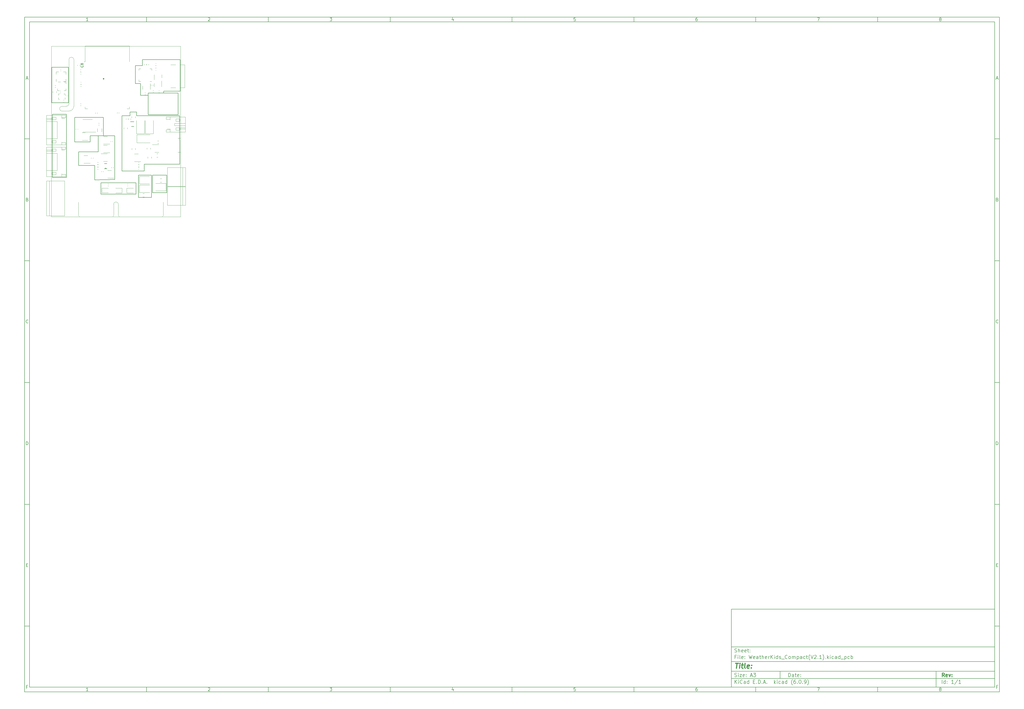
<source format=gbr>
%TF.GenerationSoftware,KiCad,Pcbnew,(6.0.9)*%
%TF.CreationDate,2023-07-18T14:40:25+05:30*%
%TF.ProjectId,WeatherKids_Compact(V2.1),57656174-6865-4724-9b69-64735f436f6d,rev?*%
%TF.SameCoordinates,PX1406f40PY14fb180*%
%TF.FileFunction,Legend,Top*%
%TF.FilePolarity,Positive*%
%FSLAX46Y46*%
G04 Gerber Fmt 4.6, Leading zero omitted, Abs format (unit mm)*
G04 Created by KiCad (PCBNEW (6.0.9)) date 2023-07-18 14:40:25*
%MOMM*%
%LPD*%
G01*
G04 APERTURE LIST*
%ADD10C,0.100000*%
%ADD11C,0.150000*%
%ADD12C,0.300000*%
%ADD13C,0.400000*%
%ADD14C,0.152400*%
%TA.AperFunction,Profile*%
%ADD15C,0.050000*%
%TD*%
%ADD16C,0.120000*%
%ADD17C,0.600000*%
G04 APERTURE END LIST*
D10*
D11*
X278989000Y-231002200D02*
X278989000Y-263002200D01*
X386989000Y-263002200D01*
X386989000Y-231002200D01*
X278989000Y-231002200D01*
D10*
D11*
X-11000000Y12000000D02*
X-11000000Y-265002200D01*
X388989000Y-265002200D01*
X388989000Y12000000D01*
X-11000000Y12000000D01*
D10*
D11*
X-9000000Y10000000D02*
X-9000000Y-263002200D01*
X386989000Y-263002200D01*
X386989000Y10000000D01*
X-9000000Y10000000D01*
D10*
D11*
X39000000Y10000000D02*
X39000000Y12000000D01*
D10*
D11*
X89000000Y10000000D02*
X89000000Y12000000D01*
D10*
D11*
X139000000Y10000000D02*
X139000000Y12000000D01*
D10*
D11*
X189000000Y10000000D02*
X189000000Y12000000D01*
D10*
D11*
X239000000Y10000000D02*
X239000000Y12000000D01*
D10*
D11*
X289000000Y10000000D02*
X289000000Y12000000D01*
D10*
D11*
X339000000Y10000000D02*
X339000000Y12000000D01*
D10*
D11*
X15065476Y10411905D02*
X14322619Y10411905D01*
X14694047Y10411905D02*
X14694047Y11711905D01*
X14570238Y11526191D01*
X14446428Y11402381D01*
X14322619Y11340477D01*
D10*
D11*
X64322619Y11588096D02*
X64384523Y11650000D01*
X64508333Y11711905D01*
X64817857Y11711905D01*
X64941666Y11650000D01*
X65003571Y11588096D01*
X65065476Y11464286D01*
X65065476Y11340477D01*
X65003571Y11154762D01*
X64260714Y10411905D01*
X65065476Y10411905D01*
D10*
D11*
X114260714Y11711905D02*
X115065476Y11711905D01*
X114632142Y11216667D01*
X114817857Y11216667D01*
X114941666Y11154762D01*
X115003571Y11092858D01*
X115065476Y10969048D01*
X115065476Y10659524D01*
X115003571Y10535715D01*
X114941666Y10473810D01*
X114817857Y10411905D01*
X114446428Y10411905D01*
X114322619Y10473810D01*
X114260714Y10535715D01*
D10*
D11*
X164941666Y11278572D02*
X164941666Y10411905D01*
X164632142Y11773810D02*
X164322619Y10845239D01*
X165127380Y10845239D01*
D10*
D11*
X215003571Y11711905D02*
X214384523Y11711905D01*
X214322619Y11092858D01*
X214384523Y11154762D01*
X214508333Y11216667D01*
X214817857Y11216667D01*
X214941666Y11154762D01*
X215003571Y11092858D01*
X215065476Y10969048D01*
X215065476Y10659524D01*
X215003571Y10535715D01*
X214941666Y10473810D01*
X214817857Y10411905D01*
X214508333Y10411905D01*
X214384523Y10473810D01*
X214322619Y10535715D01*
D10*
D11*
X264941666Y11711905D02*
X264694047Y11711905D01*
X264570238Y11650000D01*
X264508333Y11588096D01*
X264384523Y11402381D01*
X264322619Y11154762D01*
X264322619Y10659524D01*
X264384523Y10535715D01*
X264446428Y10473810D01*
X264570238Y10411905D01*
X264817857Y10411905D01*
X264941666Y10473810D01*
X265003571Y10535715D01*
X265065476Y10659524D01*
X265065476Y10969048D01*
X265003571Y11092858D01*
X264941666Y11154762D01*
X264817857Y11216667D01*
X264570238Y11216667D01*
X264446428Y11154762D01*
X264384523Y11092858D01*
X264322619Y10969048D01*
D10*
D11*
X314260714Y11711905D02*
X315127380Y11711905D01*
X314570238Y10411905D01*
D10*
D11*
X364570238Y11154762D02*
X364446428Y11216667D01*
X364384523Y11278572D01*
X364322619Y11402381D01*
X364322619Y11464286D01*
X364384523Y11588096D01*
X364446428Y11650000D01*
X364570238Y11711905D01*
X364817857Y11711905D01*
X364941666Y11650000D01*
X365003571Y11588096D01*
X365065476Y11464286D01*
X365065476Y11402381D01*
X365003571Y11278572D01*
X364941666Y11216667D01*
X364817857Y11154762D01*
X364570238Y11154762D01*
X364446428Y11092858D01*
X364384523Y11030953D01*
X364322619Y10907143D01*
X364322619Y10659524D01*
X364384523Y10535715D01*
X364446428Y10473810D01*
X364570238Y10411905D01*
X364817857Y10411905D01*
X364941666Y10473810D01*
X365003571Y10535715D01*
X365065476Y10659524D01*
X365065476Y10907143D01*
X365003571Y11030953D01*
X364941666Y11092858D01*
X364817857Y11154762D01*
D10*
D11*
X39000000Y-263002200D02*
X39000000Y-265002200D01*
D10*
D11*
X89000000Y-263002200D02*
X89000000Y-265002200D01*
D10*
D11*
X139000000Y-263002200D02*
X139000000Y-265002200D01*
D10*
D11*
X189000000Y-263002200D02*
X189000000Y-265002200D01*
D10*
D11*
X239000000Y-263002200D02*
X239000000Y-265002200D01*
D10*
D11*
X289000000Y-263002200D02*
X289000000Y-265002200D01*
D10*
D11*
X339000000Y-263002200D02*
X339000000Y-265002200D01*
D10*
D11*
X15065476Y-264590295D02*
X14322619Y-264590295D01*
X14694047Y-264590295D02*
X14694047Y-263290295D01*
X14570238Y-263476009D01*
X14446428Y-263599819D01*
X14322619Y-263661723D01*
D10*
D11*
X64322619Y-263414104D02*
X64384523Y-263352200D01*
X64508333Y-263290295D01*
X64817857Y-263290295D01*
X64941666Y-263352200D01*
X65003571Y-263414104D01*
X65065476Y-263537914D01*
X65065476Y-263661723D01*
X65003571Y-263847438D01*
X64260714Y-264590295D01*
X65065476Y-264590295D01*
D10*
D11*
X114260714Y-263290295D02*
X115065476Y-263290295D01*
X114632142Y-263785533D01*
X114817857Y-263785533D01*
X114941666Y-263847438D01*
X115003571Y-263909342D01*
X115065476Y-264033152D01*
X115065476Y-264342676D01*
X115003571Y-264466485D01*
X114941666Y-264528390D01*
X114817857Y-264590295D01*
X114446428Y-264590295D01*
X114322619Y-264528390D01*
X114260714Y-264466485D01*
D10*
D11*
X164941666Y-263723628D02*
X164941666Y-264590295D01*
X164632142Y-263228390D02*
X164322619Y-264156961D01*
X165127380Y-264156961D01*
D10*
D11*
X215003571Y-263290295D02*
X214384523Y-263290295D01*
X214322619Y-263909342D01*
X214384523Y-263847438D01*
X214508333Y-263785533D01*
X214817857Y-263785533D01*
X214941666Y-263847438D01*
X215003571Y-263909342D01*
X215065476Y-264033152D01*
X215065476Y-264342676D01*
X215003571Y-264466485D01*
X214941666Y-264528390D01*
X214817857Y-264590295D01*
X214508333Y-264590295D01*
X214384523Y-264528390D01*
X214322619Y-264466485D01*
D10*
D11*
X264941666Y-263290295D02*
X264694047Y-263290295D01*
X264570238Y-263352200D01*
X264508333Y-263414104D01*
X264384523Y-263599819D01*
X264322619Y-263847438D01*
X264322619Y-264342676D01*
X264384523Y-264466485D01*
X264446428Y-264528390D01*
X264570238Y-264590295D01*
X264817857Y-264590295D01*
X264941666Y-264528390D01*
X265003571Y-264466485D01*
X265065476Y-264342676D01*
X265065476Y-264033152D01*
X265003571Y-263909342D01*
X264941666Y-263847438D01*
X264817857Y-263785533D01*
X264570238Y-263785533D01*
X264446428Y-263847438D01*
X264384523Y-263909342D01*
X264322619Y-264033152D01*
D10*
D11*
X314260714Y-263290295D02*
X315127380Y-263290295D01*
X314570238Y-264590295D01*
D10*
D11*
X364570238Y-263847438D02*
X364446428Y-263785533D01*
X364384523Y-263723628D01*
X364322619Y-263599819D01*
X364322619Y-263537914D01*
X364384523Y-263414104D01*
X364446428Y-263352200D01*
X364570238Y-263290295D01*
X364817857Y-263290295D01*
X364941666Y-263352200D01*
X365003571Y-263414104D01*
X365065476Y-263537914D01*
X365065476Y-263599819D01*
X365003571Y-263723628D01*
X364941666Y-263785533D01*
X364817857Y-263847438D01*
X364570238Y-263847438D01*
X364446428Y-263909342D01*
X364384523Y-263971247D01*
X364322619Y-264095057D01*
X364322619Y-264342676D01*
X364384523Y-264466485D01*
X364446428Y-264528390D01*
X364570238Y-264590295D01*
X364817857Y-264590295D01*
X364941666Y-264528390D01*
X365003571Y-264466485D01*
X365065476Y-264342676D01*
X365065476Y-264095057D01*
X365003571Y-263971247D01*
X364941666Y-263909342D01*
X364817857Y-263847438D01*
D10*
D11*
X-11000000Y-38000000D02*
X-9000000Y-38000000D01*
D10*
D11*
X-11000000Y-88000000D02*
X-9000000Y-88000000D01*
D10*
D11*
X-11000000Y-138000000D02*
X-9000000Y-138000000D01*
D10*
D11*
X-11000000Y-188000000D02*
X-9000000Y-188000000D01*
D10*
D11*
X-11000000Y-238000000D02*
X-9000000Y-238000000D01*
D10*
D11*
X-10309524Y-13216666D02*
X-9690477Y-13216666D01*
X-10433334Y-13588095D02*
X-10000000Y-12288095D01*
X-9566667Y-13588095D01*
D10*
D11*
X-9907143Y-62907142D02*
X-9721429Y-62969047D01*
X-9659524Y-63030952D01*
X-9597620Y-63154761D01*
X-9597620Y-63340476D01*
X-9659524Y-63464285D01*
X-9721429Y-63526190D01*
X-9845239Y-63588095D01*
X-10340477Y-63588095D01*
X-10340477Y-62288095D01*
X-9907143Y-62288095D01*
X-9783334Y-62350000D01*
X-9721429Y-62411904D01*
X-9659524Y-62535714D01*
X-9659524Y-62659523D01*
X-9721429Y-62783333D01*
X-9783334Y-62845238D01*
X-9907143Y-62907142D01*
X-10340477Y-62907142D01*
D10*
D11*
X-9597620Y-113464285D02*
X-9659524Y-113526190D01*
X-9845239Y-113588095D01*
X-9969048Y-113588095D01*
X-10154762Y-113526190D01*
X-10278572Y-113402380D01*
X-10340477Y-113278571D01*
X-10402381Y-113030952D01*
X-10402381Y-112845238D01*
X-10340477Y-112597619D01*
X-10278572Y-112473809D01*
X-10154762Y-112350000D01*
X-9969048Y-112288095D01*
X-9845239Y-112288095D01*
X-9659524Y-112350000D01*
X-9597620Y-112411904D01*
D10*
D11*
X-10340477Y-163588095D02*
X-10340477Y-162288095D01*
X-10030953Y-162288095D01*
X-9845239Y-162350000D01*
X-9721429Y-162473809D01*
X-9659524Y-162597619D01*
X-9597620Y-162845238D01*
X-9597620Y-163030952D01*
X-9659524Y-163278571D01*
X-9721429Y-163402380D01*
X-9845239Y-163526190D01*
X-10030953Y-163588095D01*
X-10340477Y-163588095D01*
D10*
D11*
X-10278572Y-212907142D02*
X-9845239Y-212907142D01*
X-9659524Y-213588095D02*
X-10278572Y-213588095D01*
X-10278572Y-212288095D01*
X-9659524Y-212288095D01*
D10*
D11*
X-9814286Y-262907142D02*
X-10247620Y-262907142D01*
X-10247620Y-263588095D02*
X-10247620Y-262288095D01*
X-9628572Y-262288095D01*
D10*
D11*
X388989000Y-38000000D02*
X386989000Y-38000000D01*
D10*
D11*
X388989000Y-88000000D02*
X386989000Y-88000000D01*
D10*
D11*
X388989000Y-138000000D02*
X386989000Y-138000000D01*
D10*
D11*
X388989000Y-188000000D02*
X386989000Y-188000000D01*
D10*
D11*
X388989000Y-238000000D02*
X386989000Y-238000000D01*
D10*
D11*
X387679476Y-13216666D02*
X388298523Y-13216666D01*
X387555666Y-13588095D02*
X387989000Y-12288095D01*
X388422333Y-13588095D01*
D10*
D11*
X388081857Y-62907142D02*
X388267571Y-62969047D01*
X388329476Y-63030952D01*
X388391380Y-63154761D01*
X388391380Y-63340476D01*
X388329476Y-63464285D01*
X388267571Y-63526190D01*
X388143761Y-63588095D01*
X387648523Y-63588095D01*
X387648523Y-62288095D01*
X388081857Y-62288095D01*
X388205666Y-62350000D01*
X388267571Y-62411904D01*
X388329476Y-62535714D01*
X388329476Y-62659523D01*
X388267571Y-62783333D01*
X388205666Y-62845238D01*
X388081857Y-62907142D01*
X387648523Y-62907142D01*
D10*
D11*
X388391380Y-113464285D02*
X388329476Y-113526190D01*
X388143761Y-113588095D01*
X388019952Y-113588095D01*
X387834238Y-113526190D01*
X387710428Y-113402380D01*
X387648523Y-113278571D01*
X387586619Y-113030952D01*
X387586619Y-112845238D01*
X387648523Y-112597619D01*
X387710428Y-112473809D01*
X387834238Y-112350000D01*
X388019952Y-112288095D01*
X388143761Y-112288095D01*
X388329476Y-112350000D01*
X388391380Y-112411904D01*
D10*
D11*
X387648523Y-163588095D02*
X387648523Y-162288095D01*
X387958047Y-162288095D01*
X388143761Y-162350000D01*
X388267571Y-162473809D01*
X388329476Y-162597619D01*
X388391380Y-162845238D01*
X388391380Y-163030952D01*
X388329476Y-163278571D01*
X388267571Y-163402380D01*
X388143761Y-163526190D01*
X387958047Y-163588095D01*
X387648523Y-163588095D01*
D10*
D11*
X387710428Y-212907142D02*
X388143761Y-212907142D01*
X388329476Y-213588095D02*
X387710428Y-213588095D01*
X387710428Y-212288095D01*
X388329476Y-212288095D01*
D10*
D11*
X388174714Y-262907142D02*
X387741380Y-262907142D01*
X387741380Y-263588095D02*
X387741380Y-262288095D01*
X388360428Y-262288095D01*
D10*
D11*
X302421142Y-258780771D02*
X302421142Y-257280771D01*
X302778285Y-257280771D01*
X302992571Y-257352200D01*
X303135428Y-257495057D01*
X303206857Y-257637914D01*
X303278285Y-257923628D01*
X303278285Y-258137914D01*
X303206857Y-258423628D01*
X303135428Y-258566485D01*
X302992571Y-258709342D01*
X302778285Y-258780771D01*
X302421142Y-258780771D01*
X304564000Y-258780771D02*
X304564000Y-257995057D01*
X304492571Y-257852200D01*
X304349714Y-257780771D01*
X304064000Y-257780771D01*
X303921142Y-257852200D01*
X304564000Y-258709342D02*
X304421142Y-258780771D01*
X304064000Y-258780771D01*
X303921142Y-258709342D01*
X303849714Y-258566485D01*
X303849714Y-258423628D01*
X303921142Y-258280771D01*
X304064000Y-258209342D01*
X304421142Y-258209342D01*
X304564000Y-258137914D01*
X305064000Y-257780771D02*
X305635428Y-257780771D01*
X305278285Y-257280771D02*
X305278285Y-258566485D01*
X305349714Y-258709342D01*
X305492571Y-258780771D01*
X305635428Y-258780771D01*
X306706857Y-258709342D02*
X306564000Y-258780771D01*
X306278285Y-258780771D01*
X306135428Y-258709342D01*
X306064000Y-258566485D01*
X306064000Y-257995057D01*
X306135428Y-257852200D01*
X306278285Y-257780771D01*
X306564000Y-257780771D01*
X306706857Y-257852200D01*
X306778285Y-257995057D01*
X306778285Y-258137914D01*
X306064000Y-258280771D01*
X307421142Y-258637914D02*
X307492571Y-258709342D01*
X307421142Y-258780771D01*
X307349714Y-258709342D01*
X307421142Y-258637914D01*
X307421142Y-258780771D01*
X307421142Y-257852200D02*
X307492571Y-257923628D01*
X307421142Y-257995057D01*
X307349714Y-257923628D01*
X307421142Y-257852200D01*
X307421142Y-257995057D01*
D10*
D11*
X278989000Y-259502200D02*
X386989000Y-259502200D01*
D10*
D11*
X280421142Y-261580771D02*
X280421142Y-260080771D01*
X281278285Y-261580771D02*
X280635428Y-260723628D01*
X281278285Y-260080771D02*
X280421142Y-260937914D01*
X281921142Y-261580771D02*
X281921142Y-260580771D01*
X281921142Y-260080771D02*
X281849714Y-260152200D01*
X281921142Y-260223628D01*
X281992571Y-260152200D01*
X281921142Y-260080771D01*
X281921142Y-260223628D01*
X283492571Y-261437914D02*
X283421142Y-261509342D01*
X283206857Y-261580771D01*
X283064000Y-261580771D01*
X282849714Y-261509342D01*
X282706857Y-261366485D01*
X282635428Y-261223628D01*
X282564000Y-260937914D01*
X282564000Y-260723628D01*
X282635428Y-260437914D01*
X282706857Y-260295057D01*
X282849714Y-260152200D01*
X283064000Y-260080771D01*
X283206857Y-260080771D01*
X283421142Y-260152200D01*
X283492571Y-260223628D01*
X284778285Y-261580771D02*
X284778285Y-260795057D01*
X284706857Y-260652200D01*
X284564000Y-260580771D01*
X284278285Y-260580771D01*
X284135428Y-260652200D01*
X284778285Y-261509342D02*
X284635428Y-261580771D01*
X284278285Y-261580771D01*
X284135428Y-261509342D01*
X284064000Y-261366485D01*
X284064000Y-261223628D01*
X284135428Y-261080771D01*
X284278285Y-261009342D01*
X284635428Y-261009342D01*
X284778285Y-260937914D01*
X286135428Y-261580771D02*
X286135428Y-260080771D01*
X286135428Y-261509342D02*
X285992571Y-261580771D01*
X285706857Y-261580771D01*
X285564000Y-261509342D01*
X285492571Y-261437914D01*
X285421142Y-261295057D01*
X285421142Y-260866485D01*
X285492571Y-260723628D01*
X285564000Y-260652200D01*
X285706857Y-260580771D01*
X285992571Y-260580771D01*
X286135428Y-260652200D01*
X287992571Y-260795057D02*
X288492571Y-260795057D01*
X288706857Y-261580771D02*
X287992571Y-261580771D01*
X287992571Y-260080771D01*
X288706857Y-260080771D01*
X289349714Y-261437914D02*
X289421142Y-261509342D01*
X289349714Y-261580771D01*
X289278285Y-261509342D01*
X289349714Y-261437914D01*
X289349714Y-261580771D01*
X290064000Y-261580771D02*
X290064000Y-260080771D01*
X290421142Y-260080771D01*
X290635428Y-260152200D01*
X290778285Y-260295057D01*
X290849714Y-260437914D01*
X290921142Y-260723628D01*
X290921142Y-260937914D01*
X290849714Y-261223628D01*
X290778285Y-261366485D01*
X290635428Y-261509342D01*
X290421142Y-261580771D01*
X290064000Y-261580771D01*
X291564000Y-261437914D02*
X291635428Y-261509342D01*
X291564000Y-261580771D01*
X291492571Y-261509342D01*
X291564000Y-261437914D01*
X291564000Y-261580771D01*
X292206857Y-261152200D02*
X292921142Y-261152200D01*
X292064000Y-261580771D02*
X292564000Y-260080771D01*
X293064000Y-261580771D01*
X293564000Y-261437914D02*
X293635428Y-261509342D01*
X293564000Y-261580771D01*
X293492571Y-261509342D01*
X293564000Y-261437914D01*
X293564000Y-261580771D01*
X296564000Y-261580771D02*
X296564000Y-260080771D01*
X296706857Y-261009342D02*
X297135428Y-261580771D01*
X297135428Y-260580771D02*
X296564000Y-261152200D01*
X297778285Y-261580771D02*
X297778285Y-260580771D01*
X297778285Y-260080771D02*
X297706857Y-260152200D01*
X297778285Y-260223628D01*
X297849714Y-260152200D01*
X297778285Y-260080771D01*
X297778285Y-260223628D01*
X299135428Y-261509342D02*
X298992571Y-261580771D01*
X298706857Y-261580771D01*
X298564000Y-261509342D01*
X298492571Y-261437914D01*
X298421142Y-261295057D01*
X298421142Y-260866485D01*
X298492571Y-260723628D01*
X298564000Y-260652200D01*
X298706857Y-260580771D01*
X298992571Y-260580771D01*
X299135428Y-260652200D01*
X300421142Y-261580771D02*
X300421142Y-260795057D01*
X300349714Y-260652200D01*
X300206857Y-260580771D01*
X299921142Y-260580771D01*
X299778285Y-260652200D01*
X300421142Y-261509342D02*
X300278285Y-261580771D01*
X299921142Y-261580771D01*
X299778285Y-261509342D01*
X299706857Y-261366485D01*
X299706857Y-261223628D01*
X299778285Y-261080771D01*
X299921142Y-261009342D01*
X300278285Y-261009342D01*
X300421142Y-260937914D01*
X301778285Y-261580771D02*
X301778285Y-260080771D01*
X301778285Y-261509342D02*
X301635428Y-261580771D01*
X301349714Y-261580771D01*
X301206857Y-261509342D01*
X301135428Y-261437914D01*
X301064000Y-261295057D01*
X301064000Y-260866485D01*
X301135428Y-260723628D01*
X301206857Y-260652200D01*
X301349714Y-260580771D01*
X301635428Y-260580771D01*
X301778285Y-260652200D01*
X304064000Y-262152200D02*
X303992571Y-262080771D01*
X303849714Y-261866485D01*
X303778285Y-261723628D01*
X303706857Y-261509342D01*
X303635428Y-261152200D01*
X303635428Y-260866485D01*
X303706857Y-260509342D01*
X303778285Y-260295057D01*
X303849714Y-260152200D01*
X303992571Y-259937914D01*
X304064000Y-259866485D01*
X305278285Y-260080771D02*
X304992571Y-260080771D01*
X304849714Y-260152200D01*
X304778285Y-260223628D01*
X304635428Y-260437914D01*
X304564000Y-260723628D01*
X304564000Y-261295057D01*
X304635428Y-261437914D01*
X304706857Y-261509342D01*
X304849714Y-261580771D01*
X305135428Y-261580771D01*
X305278285Y-261509342D01*
X305349714Y-261437914D01*
X305421142Y-261295057D01*
X305421142Y-260937914D01*
X305349714Y-260795057D01*
X305278285Y-260723628D01*
X305135428Y-260652200D01*
X304849714Y-260652200D01*
X304706857Y-260723628D01*
X304635428Y-260795057D01*
X304564000Y-260937914D01*
X306064000Y-261437914D02*
X306135428Y-261509342D01*
X306064000Y-261580771D01*
X305992571Y-261509342D01*
X306064000Y-261437914D01*
X306064000Y-261580771D01*
X307064000Y-260080771D02*
X307206857Y-260080771D01*
X307349714Y-260152200D01*
X307421142Y-260223628D01*
X307492571Y-260366485D01*
X307564000Y-260652200D01*
X307564000Y-261009342D01*
X307492571Y-261295057D01*
X307421142Y-261437914D01*
X307349714Y-261509342D01*
X307206857Y-261580771D01*
X307064000Y-261580771D01*
X306921142Y-261509342D01*
X306849714Y-261437914D01*
X306778285Y-261295057D01*
X306706857Y-261009342D01*
X306706857Y-260652200D01*
X306778285Y-260366485D01*
X306849714Y-260223628D01*
X306921142Y-260152200D01*
X307064000Y-260080771D01*
X308206857Y-261437914D02*
X308278285Y-261509342D01*
X308206857Y-261580771D01*
X308135428Y-261509342D01*
X308206857Y-261437914D01*
X308206857Y-261580771D01*
X308992571Y-261580771D02*
X309278285Y-261580771D01*
X309421142Y-261509342D01*
X309492571Y-261437914D01*
X309635428Y-261223628D01*
X309706857Y-260937914D01*
X309706857Y-260366485D01*
X309635428Y-260223628D01*
X309564000Y-260152200D01*
X309421142Y-260080771D01*
X309135428Y-260080771D01*
X308992571Y-260152200D01*
X308921142Y-260223628D01*
X308849714Y-260366485D01*
X308849714Y-260723628D01*
X308921142Y-260866485D01*
X308992571Y-260937914D01*
X309135428Y-261009342D01*
X309421142Y-261009342D01*
X309564000Y-260937914D01*
X309635428Y-260866485D01*
X309706857Y-260723628D01*
X310206857Y-262152200D02*
X310278285Y-262080771D01*
X310421142Y-261866485D01*
X310492571Y-261723628D01*
X310564000Y-261509342D01*
X310635428Y-261152200D01*
X310635428Y-260866485D01*
X310564000Y-260509342D01*
X310492571Y-260295057D01*
X310421142Y-260152200D01*
X310278285Y-259937914D01*
X310206857Y-259866485D01*
D10*
D11*
X278989000Y-256502200D02*
X386989000Y-256502200D01*
D10*
D12*
X366398285Y-258780771D02*
X365898285Y-258066485D01*
X365541142Y-258780771D02*
X365541142Y-257280771D01*
X366112571Y-257280771D01*
X366255428Y-257352200D01*
X366326857Y-257423628D01*
X366398285Y-257566485D01*
X366398285Y-257780771D01*
X366326857Y-257923628D01*
X366255428Y-257995057D01*
X366112571Y-258066485D01*
X365541142Y-258066485D01*
X367612571Y-258709342D02*
X367469714Y-258780771D01*
X367184000Y-258780771D01*
X367041142Y-258709342D01*
X366969714Y-258566485D01*
X366969714Y-257995057D01*
X367041142Y-257852200D01*
X367184000Y-257780771D01*
X367469714Y-257780771D01*
X367612571Y-257852200D01*
X367684000Y-257995057D01*
X367684000Y-258137914D01*
X366969714Y-258280771D01*
X368184000Y-257780771D02*
X368541142Y-258780771D01*
X368898285Y-257780771D01*
X369469714Y-258637914D02*
X369541142Y-258709342D01*
X369469714Y-258780771D01*
X369398285Y-258709342D01*
X369469714Y-258637914D01*
X369469714Y-258780771D01*
X369469714Y-257852200D02*
X369541142Y-257923628D01*
X369469714Y-257995057D01*
X369398285Y-257923628D01*
X369469714Y-257852200D01*
X369469714Y-257995057D01*
D10*
D11*
X280349714Y-258709342D02*
X280564000Y-258780771D01*
X280921142Y-258780771D01*
X281064000Y-258709342D01*
X281135428Y-258637914D01*
X281206857Y-258495057D01*
X281206857Y-258352200D01*
X281135428Y-258209342D01*
X281064000Y-258137914D01*
X280921142Y-258066485D01*
X280635428Y-257995057D01*
X280492571Y-257923628D01*
X280421142Y-257852200D01*
X280349714Y-257709342D01*
X280349714Y-257566485D01*
X280421142Y-257423628D01*
X280492571Y-257352200D01*
X280635428Y-257280771D01*
X280992571Y-257280771D01*
X281206857Y-257352200D01*
X281849714Y-258780771D02*
X281849714Y-257780771D01*
X281849714Y-257280771D02*
X281778285Y-257352200D01*
X281849714Y-257423628D01*
X281921142Y-257352200D01*
X281849714Y-257280771D01*
X281849714Y-257423628D01*
X282421142Y-257780771D02*
X283206857Y-257780771D01*
X282421142Y-258780771D01*
X283206857Y-258780771D01*
X284349714Y-258709342D02*
X284206857Y-258780771D01*
X283921142Y-258780771D01*
X283778285Y-258709342D01*
X283706857Y-258566485D01*
X283706857Y-257995057D01*
X283778285Y-257852200D01*
X283921142Y-257780771D01*
X284206857Y-257780771D01*
X284349714Y-257852200D01*
X284421142Y-257995057D01*
X284421142Y-258137914D01*
X283706857Y-258280771D01*
X285064000Y-258637914D02*
X285135428Y-258709342D01*
X285064000Y-258780771D01*
X284992571Y-258709342D01*
X285064000Y-258637914D01*
X285064000Y-258780771D01*
X285064000Y-257852200D02*
X285135428Y-257923628D01*
X285064000Y-257995057D01*
X284992571Y-257923628D01*
X285064000Y-257852200D01*
X285064000Y-257995057D01*
X286849714Y-258352200D02*
X287564000Y-258352200D01*
X286706857Y-258780771D02*
X287206857Y-257280771D01*
X287706857Y-258780771D01*
X288064000Y-257280771D02*
X288992571Y-257280771D01*
X288492571Y-257852200D01*
X288706857Y-257852200D01*
X288849714Y-257923628D01*
X288921142Y-257995057D01*
X288992571Y-258137914D01*
X288992571Y-258495057D01*
X288921142Y-258637914D01*
X288849714Y-258709342D01*
X288706857Y-258780771D01*
X288278285Y-258780771D01*
X288135428Y-258709342D01*
X288064000Y-258637914D01*
D10*
D11*
X365421142Y-261580771D02*
X365421142Y-260080771D01*
X366778285Y-261580771D02*
X366778285Y-260080771D01*
X366778285Y-261509342D02*
X366635428Y-261580771D01*
X366349714Y-261580771D01*
X366206857Y-261509342D01*
X366135428Y-261437914D01*
X366064000Y-261295057D01*
X366064000Y-260866485D01*
X366135428Y-260723628D01*
X366206857Y-260652200D01*
X366349714Y-260580771D01*
X366635428Y-260580771D01*
X366778285Y-260652200D01*
X367492571Y-261437914D02*
X367564000Y-261509342D01*
X367492571Y-261580771D01*
X367421142Y-261509342D01*
X367492571Y-261437914D01*
X367492571Y-261580771D01*
X367492571Y-260652200D02*
X367564000Y-260723628D01*
X367492571Y-260795057D01*
X367421142Y-260723628D01*
X367492571Y-260652200D01*
X367492571Y-260795057D01*
X370135428Y-261580771D02*
X369278285Y-261580771D01*
X369706857Y-261580771D02*
X369706857Y-260080771D01*
X369564000Y-260295057D01*
X369421142Y-260437914D01*
X369278285Y-260509342D01*
X371849714Y-260009342D02*
X370564000Y-261937914D01*
X373135428Y-261580771D02*
X372278285Y-261580771D01*
X372706857Y-261580771D02*
X372706857Y-260080771D01*
X372564000Y-260295057D01*
X372421142Y-260437914D01*
X372278285Y-260509342D01*
D10*
D11*
X278989000Y-252502200D02*
X386989000Y-252502200D01*
D10*
D13*
X280701380Y-253206961D02*
X281844238Y-253206961D01*
X281022809Y-255206961D02*
X281272809Y-253206961D01*
X282260904Y-255206961D02*
X282427571Y-253873628D01*
X282510904Y-253206961D02*
X282403761Y-253302200D01*
X282487095Y-253397438D01*
X282594238Y-253302200D01*
X282510904Y-253206961D01*
X282487095Y-253397438D01*
X283094238Y-253873628D02*
X283856142Y-253873628D01*
X283463285Y-253206961D02*
X283249000Y-254921247D01*
X283320428Y-255111723D01*
X283499000Y-255206961D01*
X283689476Y-255206961D01*
X284641857Y-255206961D02*
X284463285Y-255111723D01*
X284391857Y-254921247D01*
X284606142Y-253206961D01*
X286177571Y-255111723D02*
X285975190Y-255206961D01*
X285594238Y-255206961D01*
X285415666Y-255111723D01*
X285344238Y-254921247D01*
X285439476Y-254159342D01*
X285558523Y-253968866D01*
X285760904Y-253873628D01*
X286141857Y-253873628D01*
X286320428Y-253968866D01*
X286391857Y-254159342D01*
X286368047Y-254349819D01*
X285391857Y-254540295D01*
X287141857Y-255016485D02*
X287225190Y-255111723D01*
X287118047Y-255206961D01*
X287034714Y-255111723D01*
X287141857Y-255016485D01*
X287118047Y-255206961D01*
X287272809Y-253968866D02*
X287356142Y-254064104D01*
X287249000Y-254159342D01*
X287165666Y-254064104D01*
X287272809Y-253968866D01*
X287249000Y-254159342D01*
D10*
D11*
X280921142Y-250595057D02*
X280421142Y-250595057D01*
X280421142Y-251380771D02*
X280421142Y-249880771D01*
X281135428Y-249880771D01*
X281706857Y-251380771D02*
X281706857Y-250380771D01*
X281706857Y-249880771D02*
X281635428Y-249952200D01*
X281706857Y-250023628D01*
X281778285Y-249952200D01*
X281706857Y-249880771D01*
X281706857Y-250023628D01*
X282635428Y-251380771D02*
X282492571Y-251309342D01*
X282421142Y-251166485D01*
X282421142Y-249880771D01*
X283778285Y-251309342D02*
X283635428Y-251380771D01*
X283349714Y-251380771D01*
X283206857Y-251309342D01*
X283135428Y-251166485D01*
X283135428Y-250595057D01*
X283206857Y-250452200D01*
X283349714Y-250380771D01*
X283635428Y-250380771D01*
X283778285Y-250452200D01*
X283849714Y-250595057D01*
X283849714Y-250737914D01*
X283135428Y-250880771D01*
X284492571Y-251237914D02*
X284564000Y-251309342D01*
X284492571Y-251380771D01*
X284421142Y-251309342D01*
X284492571Y-251237914D01*
X284492571Y-251380771D01*
X284492571Y-250452200D02*
X284564000Y-250523628D01*
X284492571Y-250595057D01*
X284421142Y-250523628D01*
X284492571Y-250452200D01*
X284492571Y-250595057D01*
X286206857Y-249880771D02*
X286564000Y-251380771D01*
X286849714Y-250309342D01*
X287135428Y-251380771D01*
X287492571Y-249880771D01*
X288635428Y-251309342D02*
X288492571Y-251380771D01*
X288206857Y-251380771D01*
X288064000Y-251309342D01*
X287992571Y-251166485D01*
X287992571Y-250595057D01*
X288064000Y-250452200D01*
X288206857Y-250380771D01*
X288492571Y-250380771D01*
X288635428Y-250452200D01*
X288706857Y-250595057D01*
X288706857Y-250737914D01*
X287992571Y-250880771D01*
X289992571Y-251380771D02*
X289992571Y-250595057D01*
X289921142Y-250452200D01*
X289778285Y-250380771D01*
X289492571Y-250380771D01*
X289349714Y-250452200D01*
X289992571Y-251309342D02*
X289849714Y-251380771D01*
X289492571Y-251380771D01*
X289349714Y-251309342D01*
X289278285Y-251166485D01*
X289278285Y-251023628D01*
X289349714Y-250880771D01*
X289492571Y-250809342D01*
X289849714Y-250809342D01*
X289992571Y-250737914D01*
X290492571Y-250380771D02*
X291064000Y-250380771D01*
X290706857Y-249880771D02*
X290706857Y-251166485D01*
X290778285Y-251309342D01*
X290921142Y-251380771D01*
X291064000Y-251380771D01*
X291564000Y-251380771D02*
X291564000Y-249880771D01*
X292206857Y-251380771D02*
X292206857Y-250595057D01*
X292135428Y-250452200D01*
X291992571Y-250380771D01*
X291778285Y-250380771D01*
X291635428Y-250452200D01*
X291564000Y-250523628D01*
X293492571Y-251309342D02*
X293349714Y-251380771D01*
X293064000Y-251380771D01*
X292921142Y-251309342D01*
X292849714Y-251166485D01*
X292849714Y-250595057D01*
X292921142Y-250452200D01*
X293064000Y-250380771D01*
X293349714Y-250380771D01*
X293492571Y-250452200D01*
X293564000Y-250595057D01*
X293564000Y-250737914D01*
X292849714Y-250880771D01*
X294206857Y-251380771D02*
X294206857Y-250380771D01*
X294206857Y-250666485D02*
X294278285Y-250523628D01*
X294349714Y-250452200D01*
X294492571Y-250380771D01*
X294635428Y-250380771D01*
X295135428Y-251380771D02*
X295135428Y-249880771D01*
X295992571Y-251380771D02*
X295349714Y-250523628D01*
X295992571Y-249880771D02*
X295135428Y-250737914D01*
X296635428Y-251380771D02*
X296635428Y-250380771D01*
X296635428Y-249880771D02*
X296564000Y-249952200D01*
X296635428Y-250023628D01*
X296706857Y-249952200D01*
X296635428Y-249880771D01*
X296635428Y-250023628D01*
X297992571Y-251380771D02*
X297992571Y-249880771D01*
X297992571Y-251309342D02*
X297849714Y-251380771D01*
X297564000Y-251380771D01*
X297421142Y-251309342D01*
X297349714Y-251237914D01*
X297278285Y-251095057D01*
X297278285Y-250666485D01*
X297349714Y-250523628D01*
X297421142Y-250452200D01*
X297564000Y-250380771D01*
X297849714Y-250380771D01*
X297992571Y-250452200D01*
X298635428Y-251309342D02*
X298778285Y-251380771D01*
X299064000Y-251380771D01*
X299206857Y-251309342D01*
X299278285Y-251166485D01*
X299278285Y-251095057D01*
X299206857Y-250952200D01*
X299064000Y-250880771D01*
X298849714Y-250880771D01*
X298706857Y-250809342D01*
X298635428Y-250666485D01*
X298635428Y-250595057D01*
X298706857Y-250452200D01*
X298849714Y-250380771D01*
X299064000Y-250380771D01*
X299206857Y-250452200D01*
X299564000Y-251523628D02*
X300706857Y-251523628D01*
X301921142Y-251237914D02*
X301849714Y-251309342D01*
X301635428Y-251380771D01*
X301492571Y-251380771D01*
X301278285Y-251309342D01*
X301135428Y-251166485D01*
X301064000Y-251023628D01*
X300992571Y-250737914D01*
X300992571Y-250523628D01*
X301064000Y-250237914D01*
X301135428Y-250095057D01*
X301278285Y-249952200D01*
X301492571Y-249880771D01*
X301635428Y-249880771D01*
X301849714Y-249952200D01*
X301921142Y-250023628D01*
X302778285Y-251380771D02*
X302635428Y-251309342D01*
X302564000Y-251237914D01*
X302492571Y-251095057D01*
X302492571Y-250666485D01*
X302564000Y-250523628D01*
X302635428Y-250452200D01*
X302778285Y-250380771D01*
X302992571Y-250380771D01*
X303135428Y-250452200D01*
X303206857Y-250523628D01*
X303278285Y-250666485D01*
X303278285Y-251095057D01*
X303206857Y-251237914D01*
X303135428Y-251309342D01*
X302992571Y-251380771D01*
X302778285Y-251380771D01*
X303921142Y-251380771D02*
X303921142Y-250380771D01*
X303921142Y-250523628D02*
X303992571Y-250452200D01*
X304135428Y-250380771D01*
X304349714Y-250380771D01*
X304492571Y-250452200D01*
X304564000Y-250595057D01*
X304564000Y-251380771D01*
X304564000Y-250595057D02*
X304635428Y-250452200D01*
X304778285Y-250380771D01*
X304992571Y-250380771D01*
X305135428Y-250452200D01*
X305206857Y-250595057D01*
X305206857Y-251380771D01*
X305921142Y-250380771D02*
X305921142Y-251880771D01*
X305921142Y-250452200D02*
X306064000Y-250380771D01*
X306349714Y-250380771D01*
X306492571Y-250452200D01*
X306564000Y-250523628D01*
X306635428Y-250666485D01*
X306635428Y-251095057D01*
X306564000Y-251237914D01*
X306492571Y-251309342D01*
X306349714Y-251380771D01*
X306064000Y-251380771D01*
X305921142Y-251309342D01*
X307921142Y-251380771D02*
X307921142Y-250595057D01*
X307849714Y-250452200D01*
X307706857Y-250380771D01*
X307421142Y-250380771D01*
X307278285Y-250452200D01*
X307921142Y-251309342D02*
X307778285Y-251380771D01*
X307421142Y-251380771D01*
X307278285Y-251309342D01*
X307206857Y-251166485D01*
X307206857Y-251023628D01*
X307278285Y-250880771D01*
X307421142Y-250809342D01*
X307778285Y-250809342D01*
X307921142Y-250737914D01*
X309278285Y-251309342D02*
X309135428Y-251380771D01*
X308849714Y-251380771D01*
X308706857Y-251309342D01*
X308635428Y-251237914D01*
X308564000Y-251095057D01*
X308564000Y-250666485D01*
X308635428Y-250523628D01*
X308706857Y-250452200D01*
X308849714Y-250380771D01*
X309135428Y-250380771D01*
X309278285Y-250452200D01*
X309706857Y-250380771D02*
X310278285Y-250380771D01*
X309921142Y-249880771D02*
X309921142Y-251166485D01*
X309992571Y-251309342D01*
X310135428Y-251380771D01*
X310278285Y-251380771D01*
X311206857Y-251952200D02*
X311135428Y-251880771D01*
X310992571Y-251666485D01*
X310921142Y-251523628D01*
X310849714Y-251309342D01*
X310778285Y-250952200D01*
X310778285Y-250666485D01*
X310849714Y-250309342D01*
X310921142Y-250095057D01*
X310992571Y-249952200D01*
X311135428Y-249737914D01*
X311206857Y-249666485D01*
X311564000Y-249880771D02*
X312064000Y-251380771D01*
X312564000Y-249880771D01*
X312992571Y-250023628D02*
X313064000Y-249952200D01*
X313206857Y-249880771D01*
X313564000Y-249880771D01*
X313706857Y-249952200D01*
X313778285Y-250023628D01*
X313849714Y-250166485D01*
X313849714Y-250309342D01*
X313778285Y-250523628D01*
X312921142Y-251380771D01*
X313849714Y-251380771D01*
X314492571Y-251237914D02*
X314564000Y-251309342D01*
X314492571Y-251380771D01*
X314421142Y-251309342D01*
X314492571Y-251237914D01*
X314492571Y-251380771D01*
X315992571Y-251380771D02*
X315135428Y-251380771D01*
X315564000Y-251380771D02*
X315564000Y-249880771D01*
X315421142Y-250095057D01*
X315278285Y-250237914D01*
X315135428Y-250309342D01*
X316492571Y-251952200D02*
X316564000Y-251880771D01*
X316706857Y-251666485D01*
X316778285Y-251523628D01*
X316849714Y-251309342D01*
X316921142Y-250952200D01*
X316921142Y-250666485D01*
X316849714Y-250309342D01*
X316778285Y-250095057D01*
X316706857Y-249952200D01*
X316564000Y-249737914D01*
X316492571Y-249666485D01*
X317635428Y-251237914D02*
X317706857Y-251309342D01*
X317635428Y-251380771D01*
X317564000Y-251309342D01*
X317635428Y-251237914D01*
X317635428Y-251380771D01*
X318349714Y-251380771D02*
X318349714Y-249880771D01*
X318492571Y-250809342D02*
X318921142Y-251380771D01*
X318921142Y-250380771D02*
X318349714Y-250952200D01*
X319564000Y-251380771D02*
X319564000Y-250380771D01*
X319564000Y-249880771D02*
X319492571Y-249952200D01*
X319564000Y-250023628D01*
X319635428Y-249952200D01*
X319564000Y-249880771D01*
X319564000Y-250023628D01*
X320921142Y-251309342D02*
X320778285Y-251380771D01*
X320492571Y-251380771D01*
X320349714Y-251309342D01*
X320278285Y-251237914D01*
X320206857Y-251095057D01*
X320206857Y-250666485D01*
X320278285Y-250523628D01*
X320349714Y-250452200D01*
X320492571Y-250380771D01*
X320778285Y-250380771D01*
X320921142Y-250452200D01*
X322206857Y-251380771D02*
X322206857Y-250595057D01*
X322135428Y-250452200D01*
X321992571Y-250380771D01*
X321706857Y-250380771D01*
X321564000Y-250452200D01*
X322206857Y-251309342D02*
X322064000Y-251380771D01*
X321706857Y-251380771D01*
X321564000Y-251309342D01*
X321492571Y-251166485D01*
X321492571Y-251023628D01*
X321564000Y-250880771D01*
X321706857Y-250809342D01*
X322064000Y-250809342D01*
X322206857Y-250737914D01*
X323564000Y-251380771D02*
X323564000Y-249880771D01*
X323564000Y-251309342D02*
X323421142Y-251380771D01*
X323135428Y-251380771D01*
X322992571Y-251309342D01*
X322921142Y-251237914D01*
X322849714Y-251095057D01*
X322849714Y-250666485D01*
X322921142Y-250523628D01*
X322992571Y-250452200D01*
X323135428Y-250380771D01*
X323421142Y-250380771D01*
X323564000Y-250452200D01*
X323921142Y-251523628D02*
X325064000Y-251523628D01*
X325421142Y-250380771D02*
X325421142Y-251880771D01*
X325421142Y-250452200D02*
X325564000Y-250380771D01*
X325849714Y-250380771D01*
X325992571Y-250452200D01*
X326064000Y-250523628D01*
X326135428Y-250666485D01*
X326135428Y-251095057D01*
X326064000Y-251237914D01*
X325992571Y-251309342D01*
X325849714Y-251380771D01*
X325564000Y-251380771D01*
X325421142Y-251309342D01*
X327421142Y-251309342D02*
X327278285Y-251380771D01*
X326992571Y-251380771D01*
X326849714Y-251309342D01*
X326778285Y-251237914D01*
X326706857Y-251095057D01*
X326706857Y-250666485D01*
X326778285Y-250523628D01*
X326849714Y-250452200D01*
X326992571Y-250380771D01*
X327278285Y-250380771D01*
X327421142Y-250452200D01*
X328064000Y-251380771D02*
X328064000Y-249880771D01*
X328064000Y-250452200D02*
X328206857Y-250380771D01*
X328492571Y-250380771D01*
X328635428Y-250452200D01*
X328706857Y-250523628D01*
X328778285Y-250666485D01*
X328778285Y-251095057D01*
X328706857Y-251237914D01*
X328635428Y-251309342D01*
X328492571Y-251380771D01*
X328206857Y-251380771D01*
X328064000Y-251309342D01*
D10*
D11*
X278989000Y-246502200D02*
X386989000Y-246502200D01*
D10*
D11*
X280349714Y-248609342D02*
X280564000Y-248680771D01*
X280921142Y-248680771D01*
X281064000Y-248609342D01*
X281135428Y-248537914D01*
X281206857Y-248395057D01*
X281206857Y-248252200D01*
X281135428Y-248109342D01*
X281064000Y-248037914D01*
X280921142Y-247966485D01*
X280635428Y-247895057D01*
X280492571Y-247823628D01*
X280421142Y-247752200D01*
X280349714Y-247609342D01*
X280349714Y-247466485D01*
X280421142Y-247323628D01*
X280492571Y-247252200D01*
X280635428Y-247180771D01*
X280992571Y-247180771D01*
X281206857Y-247252200D01*
X281849714Y-248680771D02*
X281849714Y-247180771D01*
X282492571Y-248680771D02*
X282492571Y-247895057D01*
X282421142Y-247752200D01*
X282278285Y-247680771D01*
X282064000Y-247680771D01*
X281921142Y-247752200D01*
X281849714Y-247823628D01*
X283778285Y-248609342D02*
X283635428Y-248680771D01*
X283349714Y-248680771D01*
X283206857Y-248609342D01*
X283135428Y-248466485D01*
X283135428Y-247895057D01*
X283206857Y-247752200D01*
X283349714Y-247680771D01*
X283635428Y-247680771D01*
X283778285Y-247752200D01*
X283849714Y-247895057D01*
X283849714Y-248037914D01*
X283135428Y-248180771D01*
X285064000Y-248609342D02*
X284921142Y-248680771D01*
X284635428Y-248680771D01*
X284492571Y-248609342D01*
X284421142Y-248466485D01*
X284421142Y-247895057D01*
X284492571Y-247752200D01*
X284635428Y-247680771D01*
X284921142Y-247680771D01*
X285064000Y-247752200D01*
X285135428Y-247895057D01*
X285135428Y-248037914D01*
X284421142Y-248180771D01*
X285564000Y-247680771D02*
X286135428Y-247680771D01*
X285778285Y-247180771D02*
X285778285Y-248466485D01*
X285849714Y-248609342D01*
X285992571Y-248680771D01*
X286135428Y-248680771D01*
X286635428Y-248537914D02*
X286706857Y-248609342D01*
X286635428Y-248680771D01*
X286564000Y-248609342D01*
X286635428Y-248537914D01*
X286635428Y-248680771D01*
X286635428Y-247752200D02*
X286706857Y-247823628D01*
X286635428Y-247895057D01*
X286564000Y-247823628D01*
X286635428Y-247752200D01*
X286635428Y-247895057D01*
D10*
D12*
D10*
D11*
D10*
D11*
D10*
D11*
D10*
D11*
D10*
D11*
X298989000Y-256502200D02*
X298989000Y-259502200D01*
D10*
D11*
X362989000Y-256502200D02*
X362989000Y-263002200D01*
D14*
X19200000Y-43300000D02*
X19200000Y-36700000D01*
X11200000Y-43300000D02*
X19200000Y-43300000D01*
X11200000Y-48900000D02*
X11200000Y-43300000D01*
X17800000Y-48900000D02*
X11200000Y-48900000D01*
X17800000Y-54800000D02*
X17800000Y-48900000D01*
X26000000Y-54700000D02*
X17800000Y-54800000D01*
X26000000Y-36700000D02*
X26000000Y-54700000D01*
X19400000Y-36700000D02*
X26000000Y-36700000D01*
X39700000Y-19200000D02*
X52000000Y-19200000D01*
X52000000Y-19200000D02*
X52000000Y-28100000D01*
X52000000Y-28100000D02*
X39700000Y-28100000D01*
X39700000Y-28100000D02*
X39700000Y-19200000D01*
X34500000Y-7900000D02*
X37300000Y-7900000D01*
X34500000Y-15300000D02*
X34500000Y-7900000D01*
X36600000Y-15300000D02*
X34500000Y-15300000D01*
X36600000Y-20100000D02*
X36600000Y-15300000D01*
X39700000Y-20100000D02*
X36600000Y-20100000D01*
X39700000Y-19200000D02*
X39700000Y-20100000D01*
X46100000Y-19200000D02*
X39700000Y-19200000D01*
X46100000Y-18400000D02*
X46100000Y-19200000D01*
X52800000Y-18400000D02*
X46100000Y-18400000D01*
X52800000Y-5500000D02*
X52800000Y-18400000D01*
X37300000Y-5500000D02*
X52800000Y-5500000D01*
X37300000Y-7900000D02*
X37300000Y-5500000D01*
X29000000Y-28500000D02*
X32300000Y-28500000D01*
X29000000Y-51200000D02*
X29000000Y-28500000D01*
X38100000Y-51200000D02*
X29000000Y-51200000D01*
X38100000Y-48400000D02*
X38100000Y-51200000D01*
X52700000Y-48400000D02*
X38100000Y-48400000D01*
X52600000Y-28500000D02*
X52700000Y-48400000D01*
X35000000Y-28500000D02*
X52600000Y-28500000D01*
X35000000Y-27000000D02*
X35000000Y-28500000D01*
X32300000Y-27000000D02*
X35000000Y-27000000D01*
X32300000Y-28500000D02*
X32300000Y-27000000D01*
X41500000Y-52900000D02*
X47300000Y-52900000D01*
X47300000Y-52900000D02*
X47300000Y-60100000D01*
X47300000Y-60100000D02*
X41500000Y-60100000D01*
X41500000Y-60100000D02*
X41500000Y-52900000D01*
X35700000Y-52900000D02*
X41100000Y-52900000D01*
X41100000Y-52900000D02*
X41100000Y-62000000D01*
X41100000Y-62000000D02*
X35700000Y-62000000D01*
X35700000Y-62000000D02*
X35700000Y-52900000D01*
X20300000Y-56000000D02*
X34700000Y-56000000D01*
X34700000Y-56000000D02*
X34700000Y-60700000D01*
X34700000Y-60700000D02*
X20300000Y-60700000D01*
X20300000Y-60700000D02*
X20300000Y-56000000D01*
X9600000Y-39300000D02*
X9600000Y-29200000D01*
X15900000Y-39300000D02*
X9600000Y-39300000D01*
X15900000Y-36700000D02*
X15900000Y-39300000D01*
X21300000Y-36700000D02*
X15900000Y-36700000D01*
X21300000Y-29200000D02*
X21300000Y-36700000D01*
X9600000Y-29200000D02*
X21300000Y-29200000D01*
X400000Y-27900000D02*
X6200000Y-27900000D01*
X6200000Y-27900000D02*
X6200000Y-53800000D01*
X6200000Y-53800000D02*
X400000Y-53800000D01*
X400000Y-53800000D02*
X400000Y-27900000D01*
X200000Y-8600000D02*
X7000000Y-8600000D01*
X7000000Y-8600000D02*
X7000000Y-23200000D01*
X7000000Y-23200000D02*
X200000Y-23200000D01*
X200000Y-23200000D02*
X200000Y-8600000D01*
D15*
X0Y-70000000D02*
X53000000Y-70000000D01*
X4351225Y-24600000D02*
G75*
G03*
X4351225Y-26600000I50025J-1000000D01*
G01*
X9200000Y-5451225D02*
G75*
G03*
X7200000Y-5451225I-1000000J-50025D01*
G01*
X53000000Y-70000000D02*
X53000000Y0D01*
X9200000Y-5451225D02*
X9200000Y-24600000D01*
X7200000Y-23600000D02*
X7200000Y-5451225D01*
X6100000Y-24600000D02*
G75*
G03*
X7200000Y-23600000I50000J1050000D01*
G01*
X0Y0D02*
X0Y-70000000D01*
X53000000Y0D02*
X0Y0D01*
X7100000Y-26600000D02*
G75*
G03*
X9200000Y-24600000I50000J2050000D01*
G01*
X4351225Y-26600000D02*
X7100000Y-26600000D01*
X4351225Y-24600000D02*
X6100000Y-24600000D01*
D11*
%TO.C,C8*%
X12987142Y-7966666D02*
X13034761Y-8014285D01*
X13082380Y-8157142D01*
X13082380Y-8252380D01*
X13034761Y-8395238D01*
X12939523Y-8490476D01*
X12844285Y-8538095D01*
X12653809Y-8585714D01*
X12510952Y-8585714D01*
X12320476Y-8538095D01*
X12225238Y-8490476D01*
X12130000Y-8395238D01*
X12082380Y-8252380D01*
X12082380Y-8157142D01*
X12130000Y-8014285D01*
X12177619Y-7966666D01*
X12510952Y-7395238D02*
X12463333Y-7490476D01*
X12415714Y-7538095D01*
X12320476Y-7585714D01*
X12272857Y-7585714D01*
X12177619Y-7538095D01*
X12130000Y-7490476D01*
X12082380Y-7395238D01*
X12082380Y-7204761D01*
X12130000Y-7109523D01*
X12177619Y-7061904D01*
X12272857Y-7014285D01*
X12320476Y-7014285D01*
X12415714Y-7061904D01*
X12463333Y-7109523D01*
X12510952Y-7204761D01*
X12510952Y-7395238D01*
X12558571Y-7490476D01*
X12606190Y-7538095D01*
X12701428Y-7585714D01*
X12891904Y-7585714D01*
X12987142Y-7538095D01*
X13034761Y-7490476D01*
X13082380Y-7395238D01*
X13082380Y-7204761D01*
X13034761Y-7109523D01*
X12987142Y-7061904D01*
X12891904Y-7014285D01*
X12701428Y-7014285D01*
X12606190Y-7061904D01*
X12558571Y-7109523D01*
X12510952Y-7204761D01*
D16*
X10690000Y-7659420D02*
X10690000Y-7940580D01*
X11710000Y-7659420D02*
X11710000Y-7940580D01*
%TO.C,C10*%
X12107836Y-9640000D02*
X11892164Y-9640000D01*
X12107836Y-10360000D02*
X11892164Y-10360000D01*
%TO.C,U3*%
X32020000Y-24845000D02*
X32020000Y-25625000D01*
X13780000Y115000D02*
X13780000Y-6300000D01*
X13780000Y115000D02*
X32020000Y115000D01*
X32020000Y-25625000D02*
X31020000Y-25625000D01*
X32020000Y115000D02*
X32020000Y-6300000D01*
X13780000Y-25625000D02*
X14780000Y-25625000D01*
X13780000Y-6300000D02*
X13400000Y-6300000D01*
X13780000Y-24845000D02*
X13780000Y-25625000D01*
%TO.C,C6*%
X32965000Y-29361252D02*
X32965000Y-28838748D01*
X34435000Y-29361252D02*
X34435000Y-28838748D01*
%TO.C,U11*%
X23800000Y-50940000D02*
X23000000Y-50940000D01*
X23800000Y-54060000D02*
X23000000Y-54060000D01*
X23800000Y-54060000D02*
X25600000Y-54060000D01*
X23800000Y-50940000D02*
X24600000Y-50940000D01*
%TO.C,R24*%
X38100000Y-7346359D02*
X38100000Y-7653641D01*
X38860000Y-7346359D02*
X38860000Y-7653641D01*
%TO.C,R21*%
X19216141Y-48420000D02*
X18908859Y-48420000D01*
X19216141Y-47660000D02*
X18908859Y-47660000D01*
%TO.C,R11*%
X26970000Y-27463641D02*
X26970000Y-27156359D01*
X27730000Y-27463641D02*
X27730000Y-27156359D01*
%TO.C,C25*%
X44042164Y-18290000D02*
X44257836Y-18290000D01*
X44042164Y-19010000D02*
X44257836Y-19010000D01*
%TO.C,R2*%
X23463641Y-57280000D02*
X23156359Y-57280000D01*
X23463641Y-56520000D02*
X23156359Y-56520000D01*
%TO.C,C9*%
X34485000Y-42411252D02*
X34485000Y-41888748D01*
X33015000Y-42411252D02*
X33015000Y-41888748D01*
%TO.C,R8*%
X35646359Y-49670000D02*
X35953641Y-49670000D01*
X35646359Y-50430000D02*
X35953641Y-50430000D01*
%TO.C,D4*%
X34900000Y-35840000D02*
X38200000Y-35840000D01*
X38200000Y-35840000D02*
X38200000Y-30440000D01*
X34900000Y-35840000D02*
X34900000Y-30440000D01*
%TO.C,R1*%
X44024758Y-39872500D02*
X43550242Y-39872500D01*
X44024758Y-38827500D02*
X43550242Y-38827500D01*
%TO.C,U15*%
X40415000Y-14410000D02*
X41140000Y-14410000D01*
X36645000Y-14410000D02*
X35920000Y-14410000D01*
X35920000Y-9190000D02*
X35920000Y-9915000D01*
X40415000Y-9190000D02*
X41140000Y-9190000D01*
X41140000Y-9190000D02*
X41140000Y-9915000D01*
X35920000Y-14410000D02*
X35920000Y-13685000D01*
X36645000Y-9190000D02*
X35920000Y-9190000D01*
%TO.C,R14*%
X3743641Y-18320000D02*
X3436359Y-18320000D01*
X3743641Y-19080000D02*
X3436359Y-19080000D01*
%TO.C,D7*%
X13250000Y-38610000D02*
X12600000Y-38610000D01*
X13250000Y-35490000D02*
X13900000Y-35490000D01*
X13250000Y-38610000D02*
X14925000Y-38610000D01*
X13250000Y-35490000D02*
X12600000Y-35490000D01*
%TO.C,D3*%
X35050000Y-36290000D02*
X40450000Y-36290000D01*
X35050000Y-36290000D02*
X35050000Y-39590000D01*
X35050000Y-39590000D02*
X40450000Y-39590000D01*
%TO.C,C2*%
X43201248Y-44065000D02*
X43723752Y-44065000D01*
X43201248Y-45535000D02*
X43723752Y-45535000D01*
%TO.C,D2*%
X20715000Y-60110000D02*
X23400000Y-60110000D01*
X23400000Y-58190000D02*
X20715000Y-58190000D01*
X20715000Y-58190000D02*
X20715000Y-60110000D01*
%TO.C,C3*%
X45173752Y-55795000D02*
X44651248Y-55795000D01*
X45173752Y-54325000D02*
X44651248Y-54325000D01*
%TO.C,C16*%
X6660000Y-20192164D02*
X6660000Y-20407836D01*
X5940000Y-20192164D02*
X5940000Y-20407836D01*
%TO.C,U7*%
X14780000Y-35160000D02*
X18230000Y-35160000D01*
X14780000Y-35160000D02*
X12830000Y-35160000D01*
X14780000Y-30040000D02*
X12830000Y-30040000D01*
X14780000Y-30040000D02*
X16730000Y-30040000D01*
%TO.C,J2*%
X47600000Y-65220000D02*
X55000000Y-65220000D01*
X47600000Y-57590000D02*
X55000000Y-57590000D01*
X47600000Y-65220000D02*
X47600000Y-57590000D01*
X53890000Y-65220000D02*
X53890000Y-57590000D01*
X55000000Y-65220000D02*
X55000000Y-57590000D01*
%TO.C,C20*%
X36040000Y-53390000D02*
X36040000Y-56410000D01*
X40250000Y-53390000D02*
X36040000Y-53390000D01*
X36040000Y-56410000D02*
X40250000Y-56410000D01*
%TO.C,U1*%
X43200000Y-43460000D02*
X44000000Y-43460000D01*
X43200000Y-40340000D02*
X41400000Y-40340000D01*
X43200000Y-40340000D02*
X44000000Y-40340000D01*
X43200000Y-43460000D02*
X42400000Y-43460000D01*
%TO.C,SW1*%
X53025000Y-43500000D02*
X53025000Y-37700000D01*
X53025000Y-37700000D02*
X51925000Y-37700000D01*
X53025000Y-43500000D02*
X51925000Y-43500000D01*
%TO.C,C26*%
X38607836Y-19860000D02*
X38392164Y-19860000D01*
X38607836Y-19140000D02*
X38392164Y-19140000D01*
D14*
%TO.C,U9*%
X22567300Y-50294100D02*
G75*
G03*
X21957700Y-50294100I-304800J0D01*
G01*
X22768205Y-48185900D02*
X21756795Y-48185900D01*
X21756795Y-50294100D02*
X22768205Y-50294100D01*
D16*
%TO.C,U4*%
X34850000Y-47260000D02*
X34050000Y-47260000D01*
X34850000Y-47260000D02*
X36650000Y-47260000D01*
X34850000Y-44140000D02*
X34050000Y-44140000D01*
X34850000Y-44140000D02*
X35650000Y-44140000D01*
%TO.C,J11*%
X52830000Y-7600000D02*
X54730000Y-7600000D01*
X52830000Y-17000000D02*
X54730000Y-17000000D01*
X54730000Y-17000000D02*
X54730000Y-7600000D01*
X48930000Y-17000000D02*
X50930000Y-17000000D01*
X48930000Y-7600000D02*
X50930000Y-7600000D01*
%TO.C,D1*%
X28985000Y-58240000D02*
X26300000Y-58240000D01*
X26300000Y-60160000D02*
X28985000Y-60160000D01*
X28985000Y-60160000D02*
X28985000Y-58240000D01*
%TO.C,C18*%
X12227836Y-14740000D02*
X12012164Y-14740000D01*
X12227836Y-15460000D02*
X12012164Y-15460000D01*
%TO.C,J6*%
X1850000Y-39700000D02*
X250000Y-39700000D01*
X-2010000Y-40460000D02*
X5810000Y-40460000D01*
X4210000Y-40460000D02*
X4210000Y-39540000D01*
X1850000Y-29100000D02*
X250000Y-29100000D01*
X5810000Y-29260000D02*
X5810000Y-28340000D01*
X250000Y-29600000D02*
X-2010000Y-29600000D01*
X1850000Y-38700000D02*
X1850000Y-39700000D01*
X5810000Y-28340000D02*
X-2010000Y-28340000D01*
X2350000Y-37900000D02*
X-2010000Y-37900000D01*
X1850000Y-30100000D02*
X1850000Y-29100000D01*
X4210000Y-29540000D02*
X5425000Y-29540000D01*
X2350000Y-30900000D02*
X2350000Y-37900000D01*
X4210000Y-28340000D02*
X4210000Y-29260000D01*
X5810000Y-40460000D02*
X5810000Y-39540000D01*
X4210000Y-29260000D02*
X5810000Y-29260000D01*
X250000Y-30100000D02*
X1850000Y-30100000D01*
X-2010000Y-30900000D02*
X2350000Y-30900000D01*
X4210000Y-29540000D02*
X4210000Y-29260000D01*
X5810000Y-39540000D02*
X4210000Y-39540000D01*
X250000Y-29100000D02*
X250000Y-30100000D01*
X4210000Y-39540000D02*
X4210000Y-39260000D01*
X250000Y-38700000D02*
X1850000Y-38700000D01*
X-2010000Y-28340000D02*
X-2010000Y-40460000D01*
X250000Y-30100000D02*
X-2010000Y-30100000D01*
X250000Y-39700000D02*
X250000Y-38700000D01*
%TO.C,R4*%
X31430000Y-30003641D02*
X31430000Y-29696359D01*
X30670000Y-30003641D02*
X30670000Y-29696359D01*
%TO.C,R10*%
X18830000Y-27553641D02*
X18830000Y-27246359D01*
X18070000Y-27553641D02*
X18070000Y-27246359D01*
%TO.C,U5*%
X5930000Y-14450000D02*
X5930000Y-13450000D01*
X5930000Y-10450000D02*
X4930000Y-10450000D01*
X5930000Y-11450000D02*
X5930000Y-10450000D01*
X1930000Y-13450000D02*
X1930000Y-14450000D01*
X4930000Y-14450000D02*
X5930000Y-14450000D01*
X2930000Y-10450000D02*
X1930000Y-10450000D01*
X1930000Y-10450000D02*
X1930000Y-11450000D01*
%TO.C,J10*%
X27450000Y-64850000D02*
G75*
G03*
X25550000Y-64850000I-950000J0D01*
G01*
X27450000Y-69500000D02*
X27450000Y-64850000D01*
X45400000Y-70000000D02*
X45900000Y-69500000D01*
X27950000Y-70000000D02*
X27450000Y-69500000D01*
X25050000Y-70000000D02*
X25550000Y-69500000D01*
X27950000Y-70000000D02*
X45400000Y-70000000D01*
X11100000Y-69500000D02*
X11100000Y-64000000D01*
X25050000Y-70000000D02*
X11600000Y-70000000D01*
X25550000Y-69500000D02*
X25550000Y-64850000D01*
X45900000Y-69500000D02*
X45900000Y-64000000D01*
X11100000Y-69500000D02*
X11600000Y-70000000D01*
%TO.C,R12*%
X1446359Y-16780000D02*
X1753641Y-16780000D01*
X1446359Y-16020000D02*
X1753641Y-16020000D01*
%TO.C,R25*%
X40910000Y-16153641D02*
X40910000Y-15846359D01*
X41670000Y-16153641D02*
X41670000Y-15846359D01*
%TO.C,C11*%
X35907836Y-48360000D02*
X35692164Y-48360000D01*
X35907836Y-47640000D02*
X35692164Y-47640000D01*
%TO.C,R17*%
X24382500Y-38886359D02*
X24382500Y-39193641D01*
X25142500Y-38886359D02*
X25142500Y-39193641D01*
%TO.C,Q1*%
X37430000Y-17000000D02*
X37430000Y-17650000D01*
X40550000Y-17000000D02*
X40550000Y-17650000D01*
X40550000Y-17000000D02*
X40550000Y-15325000D01*
X37430000Y-17000000D02*
X37430000Y-16350000D01*
%TO.C,R9*%
X11846359Y-24380000D02*
X12153641Y-24380000D01*
X11846359Y-23620000D02*
X12153641Y-23620000D01*
%TO.C,R22*%
X16320000Y-46063641D02*
X16320000Y-45756359D01*
X17080000Y-46063641D02*
X17080000Y-45756359D01*
%TO.C,Q2*%
X42130000Y-15900000D02*
X42130000Y-16550000D01*
X42130000Y-15900000D02*
X42130000Y-15250000D01*
X45250000Y-15900000D02*
X45250000Y-16550000D01*
X45250000Y-15900000D02*
X45250000Y-14225000D01*
%TO.C,R7*%
X35953641Y-49380000D02*
X35646359Y-49380000D01*
X35953641Y-48620000D02*
X35646359Y-48620000D01*
%TO.C,C7*%
X12860000Y-8192164D02*
X12860000Y-8407836D01*
X12140000Y-8192164D02*
X12140000Y-8407836D01*
%TO.C,C4*%
X29715000Y-33901252D02*
X29715000Y-33378748D01*
X31185000Y-33901252D02*
X31185000Y-33378748D01*
%TO.C,C23*%
X42722164Y-8040000D02*
X42937836Y-8040000D01*
X42722164Y-8760000D02*
X42937836Y-8760000D01*
D10*
%TO.C,U8*%
X3330000Y-21700000D02*
X2850000Y-21700000D01*
X2850000Y-19500000D02*
X2850000Y-20140000D01*
X3330000Y-19500000D02*
X2850000Y-19500000D01*
X5550000Y-21060000D02*
X5550000Y-21700000D01*
X2850000Y-21060000D02*
X2850000Y-21700000D01*
X5550000Y-19500000D02*
X5070000Y-19500000D01*
X5550000Y-19500000D02*
X5550000Y-20140000D01*
D16*
%TO.C,R16*%
X24620000Y-49913641D02*
X24620000Y-49606359D01*
X25380000Y-49913641D02*
X25380000Y-49606359D01*
%TO.C,C5*%
X40647500Y-42211252D02*
X40647500Y-41688748D01*
X39177500Y-42211252D02*
X39177500Y-41688748D01*
%TO.C,U6*%
X5950000Y-18150000D02*
X5950000Y-17400000D01*
X2450000Y-18150000D02*
X2450000Y-17400000D01*
X5950000Y-18150000D02*
X5200000Y-18150000D01*
X5950000Y-15400000D02*
X5950000Y-14650000D01*
X5950000Y-14650000D02*
X5200000Y-14650000D01*
X3200000Y-18150000D02*
X2450000Y-18150000D01*
X3700000Y-14650000D02*
X2700000Y-14650000D01*
%TO.C,J3*%
X47600000Y-57420000D02*
X47600000Y-49790000D01*
X55000000Y-57420000D02*
X55000000Y-49790000D01*
X47600000Y-57420000D02*
X55000000Y-57420000D01*
X53890000Y-57420000D02*
X53890000Y-49790000D01*
X47600000Y-49790000D02*
X55000000Y-49790000D01*
%TO.C,R15*%
X5203641Y-22070000D02*
X4896359Y-22070000D01*
X5203641Y-22830000D02*
X4896359Y-22830000D01*
%TO.C,R6*%
X31453641Y-56520000D02*
X31146359Y-56520000D01*
X31453641Y-57280000D02*
X31146359Y-57280000D01*
%TO.C,R20*%
X12243641Y-15720000D02*
X11936359Y-15720000D01*
X12243641Y-16480000D02*
X11936359Y-16480000D01*
%TO.C,D5*%
X38500000Y-35840000D02*
X41800000Y-35840000D01*
X41800000Y-35840000D02*
X41800000Y-30440000D01*
X38500000Y-35840000D02*
X38500000Y-30440000D01*
%TO.C,Y1*%
X20655000Y-35125000D02*
X20655000Y-33775000D01*
X18905000Y-35125000D02*
X18905000Y-33775000D01*
%TO.C,U13*%
X14100000Y-47940000D02*
X13300000Y-47940000D01*
X14100000Y-47940000D02*
X15900000Y-47940000D01*
X14100000Y-44820000D02*
X14900000Y-44820000D01*
X14100000Y-44820000D02*
X13300000Y-44820000D01*
%TO.C,C15*%
X10840000Y-34127836D02*
X10840000Y-33912164D01*
X10120000Y-34127836D02*
X10120000Y-33912164D01*
%TO.C,C24*%
X42722164Y-9040000D02*
X42937836Y-9040000D01*
X42722164Y-9760000D02*
X42937836Y-9760000D01*
%TO.C,J4*%
X48690000Y-33960000D02*
X47475000Y-33960000D01*
X52650000Y-29800000D02*
X52650000Y-30800000D01*
X54910000Y-32600000D02*
X50550000Y-32600000D01*
X51050000Y-33400000D02*
X51050000Y-34400000D01*
X51050000Y-29800000D02*
X52650000Y-29800000D01*
X47090000Y-35160000D02*
X54910000Y-35160000D01*
X52650000Y-33400000D02*
X54910000Y-33400000D01*
X51050000Y-34400000D02*
X52650000Y-34400000D01*
X48690000Y-34240000D02*
X47090000Y-34240000D01*
X47090000Y-29040000D02*
X47090000Y-29960000D01*
X51050000Y-30800000D02*
X51050000Y-29800000D01*
X48690000Y-29960000D02*
X48690000Y-30240000D01*
X52650000Y-34400000D02*
X52650000Y-33400000D01*
X48690000Y-29040000D02*
X48690000Y-29960000D01*
X47090000Y-29960000D02*
X48690000Y-29960000D01*
X52650000Y-30800000D02*
X51050000Y-30800000D01*
X48690000Y-35160000D02*
X48690000Y-34240000D01*
X50550000Y-32600000D02*
X50550000Y-31600000D01*
X47090000Y-34240000D02*
X47090000Y-35160000D01*
X54910000Y-35160000D02*
X54910000Y-29040000D01*
X48690000Y-33960000D02*
X48690000Y-34240000D01*
X52650000Y-33900000D02*
X54910000Y-33900000D01*
X52650000Y-33400000D02*
X51050000Y-33400000D01*
X54910000Y-29040000D02*
X47090000Y-29040000D01*
X50550000Y-31600000D02*
X54910000Y-31600000D01*
%TO.C,R26*%
X41943641Y-18880000D02*
X41636359Y-18880000D01*
X41943641Y-18120000D02*
X41636359Y-18120000D01*
%TO.C,C17*%
X21260000Y-51282164D02*
X21260000Y-51497836D01*
X20540000Y-51282164D02*
X20540000Y-51497836D01*
%TO.C,U14*%
X22162500Y-36980000D02*
X22962500Y-36980000D01*
X22162500Y-36980000D02*
X21362500Y-36980000D01*
X22162500Y-40100000D02*
X21362500Y-40100000D01*
X22162500Y-40100000D02*
X23962500Y-40100000D01*
%TO.C,U10*%
X22162500Y-43700000D02*
X21362500Y-43700000D01*
X22162500Y-40580000D02*
X21362500Y-40580000D01*
X22162500Y-40580000D02*
X22962500Y-40580000D01*
X22162500Y-43700000D02*
X23962500Y-43700000D01*
%TO.C,C22*%
X42722164Y-7760000D02*
X42937836Y-7760000D01*
X42722164Y-7040000D02*
X42937836Y-7040000D01*
%TO.C,J7*%
X4210000Y-52540000D02*
X4210000Y-52260000D01*
X4210000Y-42260000D02*
X5810000Y-42260000D01*
X5810000Y-41340000D02*
X-2010000Y-41340000D01*
X250000Y-43100000D02*
X1850000Y-43100000D01*
X2350000Y-43900000D02*
X2350000Y-50900000D01*
X250000Y-42600000D02*
X-2010000Y-42600000D01*
X1850000Y-51700000D02*
X1850000Y-52700000D01*
X1850000Y-43100000D02*
X1850000Y-42100000D01*
X1850000Y-52700000D02*
X250000Y-52700000D01*
X5810000Y-53460000D02*
X5810000Y-52540000D01*
X5810000Y-52540000D02*
X4210000Y-52540000D01*
X4210000Y-41340000D02*
X4210000Y-42260000D01*
X250000Y-51700000D02*
X1850000Y-51700000D01*
X250000Y-43100000D02*
X-2010000Y-43100000D01*
X4210000Y-42540000D02*
X5425000Y-42540000D01*
X5810000Y-42260000D02*
X5810000Y-41340000D01*
X4210000Y-42540000D02*
X4210000Y-42260000D01*
X2350000Y-50900000D02*
X-2010000Y-50900000D01*
X-2010000Y-53460000D02*
X5810000Y-53460000D01*
X4210000Y-53460000D02*
X4210000Y-52540000D01*
X1850000Y-42100000D02*
X250000Y-42100000D01*
X250000Y-42100000D02*
X250000Y-43100000D01*
X250000Y-52700000D02*
X250000Y-51700000D01*
X-2010000Y-41340000D02*
X-2010000Y-53460000D01*
X-2010000Y-43900000D02*
X2350000Y-43900000D01*
%TO.C,R5*%
X11926359Y-10620000D02*
X12233641Y-10620000D01*
X11926359Y-11380000D02*
X12233641Y-11380000D01*
%TO.C,C21*%
X37538748Y-60415000D02*
X38061252Y-60415000D01*
X37538748Y-61885000D02*
X38061252Y-61885000D01*
%TO.C,U12*%
X22162500Y-44080000D02*
X20362500Y-44080000D01*
X22162500Y-47200000D02*
X22962500Y-47200000D01*
X22162500Y-44080000D02*
X22962500Y-44080000D01*
X22162500Y-47200000D02*
X21362500Y-47200000D01*
%TO.C,R19*%
X19216141Y-49420000D02*
X18908859Y-49420000D01*
X19216141Y-48660000D02*
X18908859Y-48660000D01*
%TO.C,R13*%
X19643641Y-32330000D02*
X19336359Y-32330000D01*
X19643641Y-31570000D02*
X19336359Y-31570000D01*
%TO.C,R23*%
X39150000Y-7653641D02*
X39150000Y-7346359D01*
X39910000Y-7653641D02*
X39910000Y-7346359D01*
%TO.C,J1*%
X-1995000Y-55235000D02*
X-1995000Y-69555000D01*
X5405000Y-69555000D02*
X-1995000Y-69555000D01*
X-885000Y-55235000D02*
X-885000Y-69555000D01*
X5405000Y-55235000D02*
X5405000Y-69555000D01*
X5405000Y-55235000D02*
X-1995000Y-55235000D01*
%TO.C,D6*%
X33600000Y-58240000D02*
X30915000Y-58240000D01*
X30915000Y-58240000D02*
X30915000Y-60160000D01*
X30915000Y-60160000D02*
X33600000Y-60160000D01*
%TO.C,C13*%
X3692164Y-9340000D02*
X3907836Y-9340000D01*
X3692164Y-10060000D02*
X3907836Y-10060000D01*
%TO.C,R3*%
X31770000Y-29696359D02*
X31770000Y-30003641D01*
X32530000Y-29696359D02*
X32530000Y-30003641D01*
%TO.C,C1*%
X46960000Y-59310000D02*
X46960000Y-56290000D01*
X42750000Y-59310000D02*
X46960000Y-59310000D01*
X46960000Y-56290000D02*
X42750000Y-56290000D01*
%TO.C,C14*%
X2085000Y-18488748D02*
X2085000Y-19011252D01*
X615000Y-18488748D02*
X615000Y-19011252D01*
D14*
%TO.C,U2*%
X32449999Y-30989999D02*
X33849999Y-30989999D01*
X32850001Y-32890001D02*
X33849999Y-32890001D01*
D16*
%TO.C,D8*%
X45260000Y-12950000D02*
X45260000Y-11650000D01*
X42140000Y-11650000D02*
X42140000Y-13650000D01*
%TO.C,C12*%
X41047500Y-45911252D02*
X41047500Y-45388748D01*
X39577500Y-45911252D02*
X39577500Y-45388748D01*
%TO.C,R18*%
X19203641Y-49670000D02*
X18896359Y-49670000D01*
X19203641Y-50430000D02*
X18896359Y-50430000D01*
%TO.C,C19*%
X36090000Y-56940000D02*
X36090000Y-59960000D01*
X36090000Y-59960000D02*
X40300000Y-59960000D01*
X40300000Y-56940000D02*
X36090000Y-56940000D01*
%TD*%
D17*
%TO.C,U3*%
X21457500Y-13310000D03*
%TD*%
M02*

</source>
